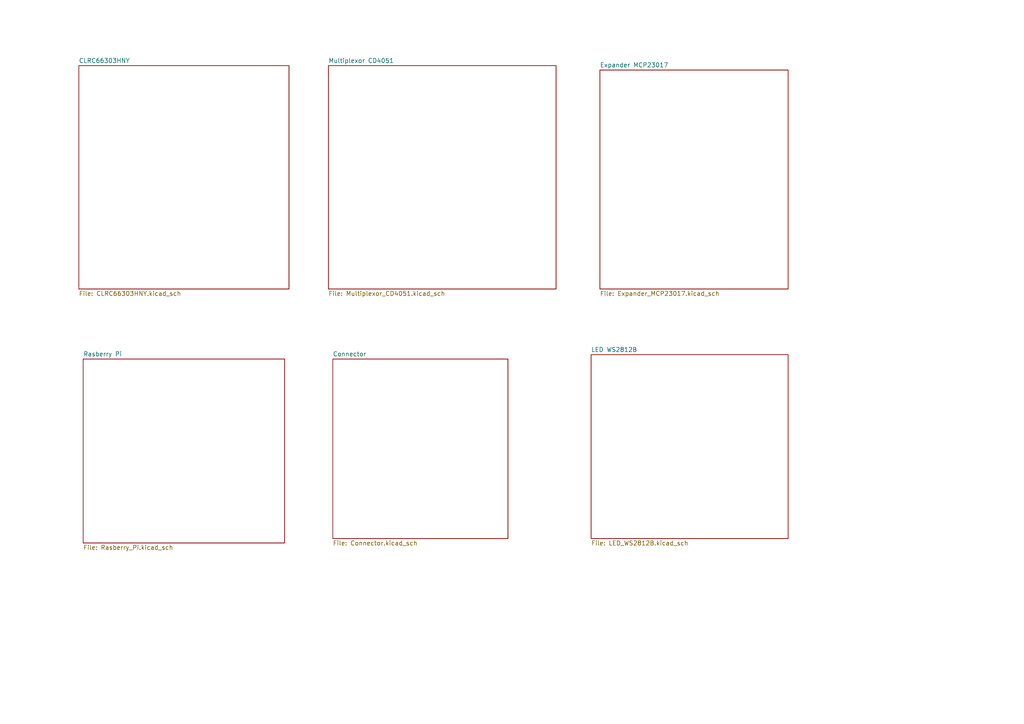
<source format=kicad_sch>
(kicad_sch
	(version 20250114)
	(generator "eeschema")
	(generator_version "9.0")
	(uuid "a447b29c-a552-49ae-9d58-ae219d627e87")
	(paper "A4")
	(lib_symbols)
	(sheet
		(at 22.86 19.05)
		(size 60.96 64.77)
		(exclude_from_sim no)
		(in_bom yes)
		(on_board yes)
		(dnp no)
		(fields_autoplaced yes)
		(stroke
			(width 0.1524)
			(type solid)
		)
		(fill
			(color 0 0 0 0.0000)
		)
		(uuid "200e1465-6723-4816-8437-2badde05a71c")
		(property "Sheetname" "CLRC66303HNY"
			(at 22.86 18.3384 0)
			(effects
				(font
					(size 1.27 1.27)
				)
				(justify left bottom)
			)
		)
		(property "Sheetfile" "CLRC66303HNY.kicad_sch"
			(at 22.86 84.4046 0)
			(effects
				(font
					(size 1.27 1.27)
				)
				(justify left top)
			)
		)
		(instances
			(project "PCB_Chessboard"
				(path "/a447b29c-a552-49ae-9d58-ae219d627e87"
					(page "2")
				)
			)
		)
	)
	(sheet
		(at 173.99 20.32)
		(size 54.61 63.5)
		(exclude_from_sim no)
		(in_bom yes)
		(on_board yes)
		(dnp no)
		(fields_autoplaced yes)
		(stroke
			(width 0.1524)
			(type solid)
		)
		(fill
			(color 0 0 0 0.0000)
		)
		(uuid "50c71c53-9f15-433c-8502-b42c3809cc39")
		(property "Sheetname" "Expander MCP23017"
			(at 173.99 19.6084 0)
			(effects
				(font
					(size 1.27 1.27)
				)
				(justify left bottom)
			)
		)
		(property "Sheetfile" "Expander_MCP23017.kicad_sch"
			(at 173.99 84.4046 0)
			(effects
				(font
					(size 1.27 1.27)
				)
				(justify left top)
			)
		)
		(instances
			(project "PCB_Chessboard"
				(path "/a447b29c-a552-49ae-9d58-ae219d627e87"
					(page "4")
				)
			)
		)
	)
	(sheet
		(at 95.25 19.05)
		(size 66.04 64.77)
		(exclude_from_sim no)
		(in_bom yes)
		(on_board yes)
		(dnp no)
		(fields_autoplaced yes)
		(stroke
			(width 0.1524)
			(type solid)
		)
		(fill
			(color 0 0 0 0.0000)
		)
		(uuid "588ad0a2-734f-4df9-bfc4-d7e4281accec")
		(property "Sheetname" "Multiplexor CD4051"
			(at 95.25 18.3384 0)
			(effects
				(font
					(size 1.27 1.27)
				)
				(justify left bottom)
			)
		)
		(property "Sheetfile" "Multiplexor_CD4051.kicad_sch"
			(at 95.25 84.4046 0)
			(effects
				(font
					(size 1.27 1.27)
				)
				(justify left top)
			)
		)
		(instances
			(project "PCB_Chessboard"
				(path "/a447b29c-a552-49ae-9d58-ae219d627e87"
					(page "3")
				)
			)
		)
	)
	(sheet
		(at 96.52 104.14)
		(size 50.8 52.07)
		(exclude_from_sim no)
		(in_bom yes)
		(on_board yes)
		(dnp no)
		(fields_autoplaced yes)
		(stroke
			(width 0.1524)
			(type solid)
		)
		(fill
			(color 0 0 0 0.0000)
		)
		(uuid "7a88c673-09e5-42e3-9d27-a1a6283124ee")
		(property "Sheetname" "Connector"
			(at 96.52 103.4284 0)
			(effects
				(font
					(size 1.27 1.27)
				)
				(justify left bottom)
			)
		)
		(property "Sheetfile" "Connector.kicad_sch"
			(at 96.52 156.7946 0)
			(effects
				(font
					(size 1.27 1.27)
				)
				(justify left top)
			)
		)
		(instances
			(project "PCB_Chessboard"
				(path "/a447b29c-a552-49ae-9d58-ae219d627e87"
					(page "6")
				)
			)
		)
	)
	(sheet
		(at 171.45 102.87)
		(size 57.15 53.34)
		(exclude_from_sim no)
		(in_bom yes)
		(on_board yes)
		(dnp no)
		(fields_autoplaced yes)
		(stroke
			(width 0.1524)
			(type solid)
		)
		(fill
			(color 0 0 0 0.0000)
		)
		(uuid "8969e6ae-4980-49ab-a809-f2b44f0b6c0e")
		(property "Sheetname" "LED WS2812B"
			(at 171.45 102.1584 0)
			(effects
				(font
					(size 1.27 1.27)
				)
				(justify left bottom)
			)
		)
		(property "Sheetfile" "LED_WS2812B.kicad_sch"
			(at 171.45 156.7946 0)
			(effects
				(font
					(size 1.27 1.27)
				)
				(justify left top)
			)
		)
		(instances
			(project "PCB_Chessboard"
				(path "/a447b29c-a552-49ae-9d58-ae219d627e87"
					(page "7")
				)
			)
		)
	)
	(sheet
		(at 24.13 104.14)
		(size 58.42 53.34)
		(exclude_from_sim no)
		(in_bom yes)
		(on_board yes)
		(dnp no)
		(fields_autoplaced yes)
		(stroke
			(width 0.1524)
			(type solid)
		)
		(fill
			(color 0 0 0 0.0000)
		)
		(uuid "a3e5427d-f4c8-4419-98b3-41760049d802")
		(property "Sheetname" "Rasberry Pi"
			(at 24.13 103.4284 0)
			(effects
				(font
					(size 1.27 1.27)
				)
				(justify left bottom)
			)
		)
		(property "Sheetfile" "Rasberry_Pi.kicad_sch"
			(at 24.13 158.0646 0)
			(effects
				(font
					(size 1.27 1.27)
				)
				(justify left top)
			)
		)
		(instances
			(project "PCB_Chessboard"
				(path "/a447b29c-a552-49ae-9d58-ae219d627e87"
					(page "5")
				)
			)
		)
	)
	(sheet_instances
		(path "/"
			(page "1")
		)
	)
	(embedded_fonts no)
)

</source>
